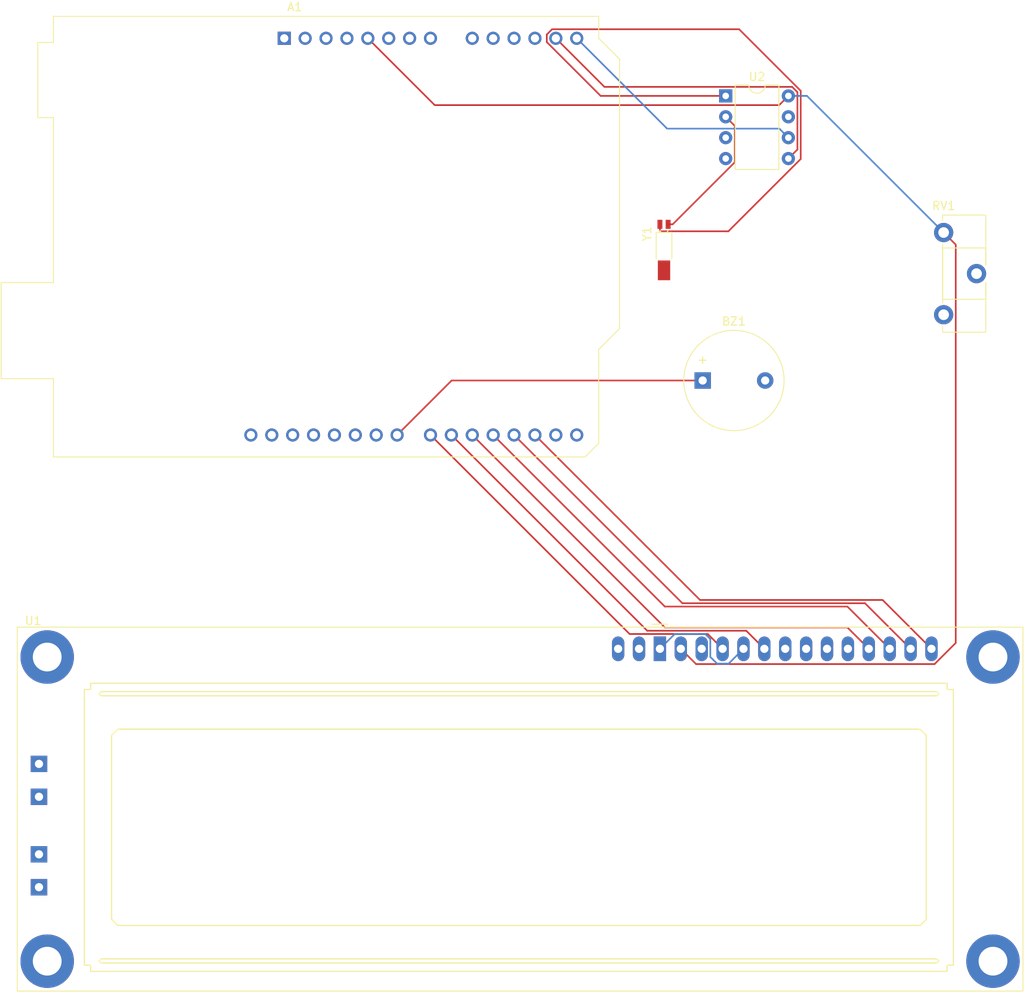
<source format=kicad_pcb>
(kicad_pcb (version 20240108) (generator "pcbnew") (generator_version "8.0")
  (layers (0 "F.Cu" signal) (31 "B.Cu" signal) (34 "B.Paste" user) (35 "F.Paste" user) (36 "B.SilkS" user "B.Silkscreen") (37 "F.SilkS" user "F.Silkscreen") (38 "B.Mask" user) (39 "F.Mask" user) (44 "Edge.Cuts" user))
  (net 0 "")
  (net 2 "Net-(A1-D6)")
  (net 4 "+5V")
  (net 8 "Net-(A1-D8)")
  (net 9 "Net-(A1-GND-Pad29)")
  (net 11 "Net-(A1-D2)")
  (net 13 "Net-(A1-D5)")
  (net 14 "Net-(A1-D3)")
  (net 19 "Net-(A1-D7)")
  (net 22 "Net-(A1-SCL{slash}A5)")
  (net 23 "Net-(A1-SDA{slash}A4)")
  (net 29 "Net-(A1-D4)")
  (net 31 "Net-(BZ1--)")
  (net 33 "Net-(RV1-Pad3)")
  (net 42 "Net-(U1-R{slash}~{W})")
  (net 46 "Net-(U2-X2)")
  (net 48 "Net-(U2-GND)")
  (net 50 "Net-(U2-X1)")
  (footprint "Display:LCD-016N002L" (layer "F.Cu") (at 107.5 136.6425)
    (property "Reference" "U1" (at -76.21 -3.41 180) (layer "F.SilkS"))
    (property "Value" "LCD-016N002L")
    (fp_line (start -78.14 -2.64) (end -78.14 41.64) (stroke (width 0.12)) (layer "F.SilkS"))
    (fp_line (start -78.14 41.64) (end 44.14 41.64) (stroke (width 0.12)) (layer "F.SilkS"))
    (fp_line (start -69.977 4.953) (end -69.977 38.481) (stroke (width 0.15)) (layer "F.SilkS"))
    (fp_line (start -69.215 4.191) (end -69.215 4.953) (stroke (width 0.15)) (layer "F.SilkS"))
    (fp_line (start -69.215 4.953) (end -69.977 4.953) (stroke (width 0.15)) (layer "F.SilkS"))
    (fp_line (start -69.215 38.481) (end -69.977 38.481) (stroke (width 0.15)) (layer "F.SilkS"))
    (fp_line (start -69.215 39.243) (end -69.215 38.481) (stroke (width 0.15)) (layer "F.SilkS"))
    (fp_line (start -69.215 39.243) (end 34.925 39.243) (stroke (width 0.15)) (layer "F.SilkS"))
    (fp_line (start -68.199 5.461) (end -67.945 5.715) (stroke (width 0.15)) (layer "F.SilkS"))
    (fp_line (start -68.199 37.973) (end -67.945 38.227) (stroke (width 0.15)) (layer "F.SilkS"))
    (fp_line (start -67.945 5.207) (end -68.199 5.461) (stroke (width 0.15)) (layer "F.SilkS"))
    (fp_line (start -67.945 5.715) (end 33.655 5.715) (stroke (width 0.15)) (layer "F.SilkS"))
    (fp_line (start -67.945 37.719) (end -68.199 37.973) (stroke (width 0.15)) (layer "F.SilkS"))
    (fp_line (start -67.945 38.227) (end 33.655 38.227) (stroke (width 0.15)) (layer "F.SilkS"))
    (fp_line (start -66.675 10.541) (end -65.913 9.779) (stroke (width 0.15)) (layer "F.SilkS"))
    (fp_line (start -66.675 32.893) (end -66.675 10.541) (stroke (width 0.15)) (layer "F.SilkS"))
    (fp_line (start -65.913 9.779) (end 31.623 9.779) (stroke (width 0.15)) (layer "F.SilkS"))
    (fp_line (start -65.913 33.655) (end -66.675 32.893) (stroke (width 0.15)) (layer "F.SilkS"))
    (fp_line (start -1 -3) (end 1 -3) (stroke (width 0.12)) (layer "F.SilkS"))
    (fp_line (start 31.623 9.779) (end 32.385 10.541) (stroke (width 0.15)) (layer "F.SilkS"))
    (fp_line (start 31.623 33.655) (end -65.913 33.655) (stroke (width 0.15)) (layer "F.SilkS"))
    (fp_line (start 32.385 10.541) (end 32.385 32.893) (stroke (width 0.15)) (layer "F.SilkS"))
    (fp_line (start 32.385 32.893) (end 31.623 33.655) (stroke (width 0.15)) (layer "F.SilkS"))
    (fp_line (start 33.655 5.207) (end -67.945 5.207) (stroke (width 0.15)) (layer "F.SilkS"))
    (fp_line (start 33.655 5.207) (end 33.909 5.461) (stroke (width 0.15)) (layer "F.SilkS"))
    (fp_line (start 33.655 37.719) (end -67.945 37.719) (stroke (width 0.15)) (layer "F.SilkS"))
    (fp_line (start 33.655 38.227) (end 33.909 37.973) (stroke (width 0.15)) (layer "F.SilkS"))
    (fp_line (start 33.909 5.461) (end 33.655 5.715) (stroke (width 0.15)) (layer "F.SilkS"))
    (fp_line (start 33.909 37.973) (end 33.655 37.719) (stroke (width 0.15)) (layer "F.SilkS"))
    (fp_line (start 34.925 4.191) (end -69.215 4.191) (stroke (width 0.15)) (layer "F.SilkS"))
    (fp_line (start 34.925 4.191) (end 34.925 4.953) (stroke (width 0.15)) (layer "F.SilkS"))
    (fp_line (start 34.925 4.953) (end 35.687 4.953) (stroke (width 0.15)) (layer "F.SilkS"))
    (fp_line (start 34.925 38.481) (end 34.925 39.243) (stroke (width 0.15)) (layer "F.SilkS"))
    (fp_line (start 35.687 38.481) (end 34.925 38.481) (stroke (width 0.15)) (layer "F.SilkS"))
    (fp_line (start 35.687 38.481) (end 35.687 4.953) (stroke (width 0.15)) (layer "F.SilkS"))
    (fp_line (start 44.14 -2.64) (end -78.14 -2.64) (stroke (width 0.12)) (layer "F.SilkS"))
    (fp_line (start 44.14 -2.64) (end 44.14 41.64) (stroke (width 0.12)) (layer "F.SilkS"))
    (pad "" thru_hole circle (at -74.5 1 180) (size 6.5 6.5) (drill 3.5) (layers "*.Cu" "*.Mask"))
    (pad "" thru_hole circle (at -74.5 38 180) (size 6.5 6.5) (drill 3.5) (layers "*.Cu" "*.Mask"))
    (pad "" thru_hole circle (at 40.5 1 180) (size 6.5 6.5) (drill 3.5) (layers "*.Cu" "*.Mask"))
    (pad "" thru_hole circle (at 40.5 38 180) (size 6.5 6.5) (drill 3.5) (layers "*.Cu" "*.Mask"))
    (pad "1" thru_hole rect (at 0 0 180) (size 1.5 3) (drill 1) (layers "*.Cu" "*.Mask") (net 42 "Net-(U1-R{slash}~{W})"))
    (pad "2" thru_hole oval (at 2.54 0 180) (size 1.5 3) (drill 1) (layers "*.Cu" "*.Mask") (net 4 "+5V"))
    (pad "3" thru_hole oval (at 5.08 0 180) (size 1.5 3) (drill 1) (layers "*.Cu" "*.Mask"))
    (pad "4" thru_hole oval (at 7.62 0 180) (size 1.5 3) (drill 1) (layers "*.Cu" "*.Mask") (net 19 "Net-(A1-D7)"))
    (pad "5" thru_hole oval (at 10.16 0 180) (size 1.5 3) (drill 1) (layers "*.Cu" "*.Mask") (net 42 "Net-(U1-R{slash}~{W})"))
    (pad "6" thru_hole oval (at 12.7 0 180) (size 1.5 3) (drill 1) (layers "*.Cu" "*.Mask") (net 2 "Net-(A1-D6)"))
    (pad "7" thru_hole oval (at 15.24 0 180) (size 1.5 3) (drill 1) (layers "*.Cu" "*.Mask"))
    (pad "8" thru_hole oval (at 17.78 0 180) (size 1.5 3) (drill 1) (layers "*.Cu" "*.Mask"))
    (pad "9" thru_hole oval (at 20.32 0 180) (size 1.5 3) (drill 1) (layers "*.Cu" "*.Mask"))
    (pad "10" thru_hole oval (at 22.86 0 180) (size 1.5 3) (drill 1) (layers "*.Cu" "*.Mask"))
    (pad "11" thru_hole oval (at 25.4 0 180) (size 1.5 3) (drill 1) (layers "*.Cu" "*.Mask") (net 13 "Net-(A1-D5)"))
    (pad "12" thru_hole oval (at 27.94 0 180) (size 1.5 3) (drill 1) (layers "*.Cu" "*.Mask") (net 29 "Net-(A1-D4)"))
    (pad "13" thru_hole oval (at 30.48 0 180) (size 1.5 3) (drill 1) (layers "*.Cu" "*.Mask") (net 14 "Net-(A1-D3)"))
    (pad "14" thru_hole oval (at 33.02 0 180) (size 1.5 3) (drill 1) (layers "*.Cu" "*.Mask") (net 11 "Net-(A1-D2)"))
    (pad "15" thru_hole oval (at -2.54 0 180) (size 1.5 3) (drill 1) (layers "*.Cu" "*.Mask"))
    (pad "16" thru_hole oval (at -5.08 0 180) (size 1.5 3) (drill 1) (layers "*.Cu" "*.Mask"))
    (pad "A1" thru_hole rect (at -75.5 14 180) (size 2 2) (drill 1) (layers "*.Cu" "*.Mask"))
    (pad "A2" thru_hole rect (at -75.5 25 180) (size 2 2) (drill 1) (layers "*.Cu" "*.Mask"))
    (pad "K1" thru_hole rect (at -75.5 18 180) (size 2 2) (drill 1) (layers "*.Cu" "*.Mask"))
    (pad "K2" thru_hole rect (at -75.5 29 180) (size 2 2) (drill 1) (layers "*.Cu" "*.Mask"))
  )
  (footprint "Buzzer_Beeper:Buzzer_12x9.5RM7.6" (layer "F.Cu") (at 112.7 104)
    (property "Reference" "BZ1" (at 3.8 -7.2 0) (layer "F.SilkS"))
    (property "Value" "Buzzer")
    (fp_circle (center 3.8 0) (end 9.9 0) (stroke (width 0.12)) (fill none) (layer "F.SilkS"))
    (fp_text user "+" (at -0.01 -2.54 0) (layer "F.SilkS"))
    (pad "1" thru_hole rect (at 0 0) (size 2 2) (drill 1) (layers "*.Cu" "*.Mask") (net 8 "Net-(A1-D8)"))
    (pad "2" thru_hole circle (at 7.6 0) (size 2 2) (drill 1) (layers "*.Cu" "*.Mask") (net 31 "Net-(BZ1--)"))
  )
  (footprint "Crystal:Crystal_SMD_MicroCrystal_MS3V-T1R" (layer "F.Cu") (at 108 88.125)
    (property "Reference" "Y1" (at -2.07 -1.9625 90) (layer "F.SilkS"))
    (property "Value" "Crystal")
    (fp_line (start -0.95 -2.125) (end 0.95 -2.125) (stroke (width 0.12)) (layer "F.SilkS"))
    (fp_line (start -0.95 1.075) (end -0.95 -2.125) (stroke (width 0.12)) (layer "F.SilkS"))
    (fp_line (start -0.5 -2.375) (end -0.5 -2.375) (stroke (width 0.12)) (layer "F.SilkS"))
    (fp_line (start -0.35 -2.125) (end -0.5 -2.375) (stroke (width 0.12)) (layer "F.SilkS"))
    (fp_line (start 0.35 -2.125) (end 0.5 -2.375) (stroke (width 0.12)) (layer "F.SilkS"))
    (fp_line (start 0.5 -2.375) (end 0.5 -2.375) (stroke (width 0.12)) (layer "F.SilkS"))
    (fp_line (start 0.95 -2.125) (end 0.95 1.075) (stroke (width 0.12)) (layer "F.SilkS"))
    (pad "1" smd rect (at -0.5 -3.125) (size 0.6 1.1) (layers "F.Cu" "F.Paste" "F.Mask") (net 50 "Net-(U2-X1)"))
    (pad "2" smd rect (at 0.5 -3.125) (size 0.6 1.1) (layers "F.Cu" "F.Paste" "F.Mask") (net 46 "Net-(U2-X2)"))
    (pad "3" smd rect (at 0 2.475) (size 1.5 2.4) (layers "F.Cu" "F.Paste" "F.Mask"))
  )
  (footprint "Module:Arduino_UNO_R2" (layer "F.Cu") (at 61.825 62.37)
    (property "Reference" "A1" (at 1.27 -3.81 360) (layer "F.SilkS"))
    (property "Value" "Arduino_UNO_R2")
    (fp_line (start -34.42 29.72) (end -34.42 41.4) (stroke (width 0.12)) (layer "F.SilkS"))
    (fp_line (start -34.42 41.4) (end -28.07 41.4) (stroke (width 0.12)) (layer "F.SilkS"))
    (fp_line (start -29.97 0.51) (end -29.97 9.65) (stroke (width 0.12)) (layer "F.SilkS"))
    (fp_line (start -29.97 9.65) (end -28.07 9.65) (stroke (width 0.12)) (layer "F.SilkS"))
    (fp_line (start -28.07 -2.67) (end -28.07 0.51) (stroke (width 0.12)) (layer "F.SilkS"))
    (fp_line (start -28.07 0.51) (end -29.97 0.51) (stroke (width 0.12)) (layer "F.SilkS"))
    (fp_line (start -28.07 9.65) (end -28.07 29.72) (stroke (width 0.12)) (layer "F.SilkS"))
    (fp_line (start -28.07 29.72) (end -34.42 29.72) (stroke (width 0.12)) (layer "F.SilkS"))
    (fp_line (start -28.07 41.4) (end -28.07 50.93) (stroke (width 0.12)) (layer "F.SilkS"))
    (fp_line (start -28.07 50.93) (end 36.58 50.93) (stroke (width 0.12)) (layer "F.SilkS"))
    (fp_line (start 36.58 50.93) (end 38.23 49.28) (stroke (width 0.12)) (layer "F.SilkS"))
    (fp_line (start 38.23 -2.67) (end -28.07 -2.67) (stroke (width 0.12)) (layer "F.SilkS"))
    (fp_line (start 38.23 0) (end 38.23 -2.67) (stroke (width 0.12)) (layer "F.SilkS"))
    (fp_line (start 38.23 37.85) (end 40.77 35.31) (stroke (width 0.12)) (layer "F.SilkS"))
    (fp_line (start 38.23 49.28) (end 38.23 37.85) (stroke (width 0.12)) (layer "F.SilkS"))
    (fp_line (start 40.77 2.54) (end 38.23 0) (stroke (width 0.12)) (layer "F.SilkS"))
    (fp_line (start 40.77 35.31) (end 40.77 2.54) (stroke (width 0.12)) (layer "F.SilkS"))
    (pad "1" thru_hole rect (at 0 0 90) (size 1.6 1.6) (drill 1) (layers "*.Cu" "*.Mask"))
    (pad "2" thru_hole oval (at 2.54 0 90) (size 1.6 1.6) (drill 1) (layers "*.Cu" "*.Mask"))
    (pad "3" thru_hole oval (at 5.08 0 90) (size 1.6 1.6) (drill 1) (layers "*.Cu" "*.Mask"))
    (pad "4" thru_hole oval (at 7.62 0 90) (size 1.6 1.6) (drill 1) (layers "*.Cu" "*.Mask"))
    (pad "5" thru_hole oval (at 10.16 0 90) (size 1.6 1.6) (drill 1) (layers "*.Cu" "*.Mask") (net 4 "+5V"))
    (pad "6" thru_hole oval (at 12.7 0 90) (size 1.6 1.6) (drill 1) (layers "*.Cu" "*.Mask"))
    (pad "7" thru_hole oval (at 15.24 0 90) (size 1.6 1.6) (drill 1) (layers "*.Cu" "*.Mask"))
    (pad "8" thru_hole oval (at 17.78 0 90) (size 1.6 1.6) (drill 1) (layers "*.Cu" "*.Mask"))
    (pad "9" thru_hole oval (at 22.86 0 90) (size 1.6 1.6) (drill 1) (layers "*.Cu" "*.Mask"))
    (pad "10" thru_hole oval (at 25.4 0 90) (size 1.6 1.6) (drill 1) (layers "*.Cu" "*.Mask"))
    (pad "11" thru_hole oval (at 27.94 0 90) (size 1.6 1.6) (drill 1) (layers "*.Cu" "*.Mask"))
    (pad "12" thru_hole oval (at 30.48 0 90) (size 1.6 1.6) (drill 1) (layers "*.Cu" "*.Mask"))
    (pad "13" thru_hole oval (at 33.02 0 90) (size 1.6 1.6) (drill 1) (layers "*.Cu" "*.Mask") (net 23 "Net-(A1-SDA{slash}A4)"))
    (pad "14" thru_hole oval (at 35.56 0 90) (size 1.6 1.6) (drill 1) (layers "*.Cu" "*.Mask") (net 22 "Net-(A1-SCL{slash}A5)"))
    (pad "15" thru_hole oval (at 35.56 48.26 90) (size 1.6 1.6) (drill 1) (layers "*.Cu" "*.Mask"))
    (pad "16" thru_hole oval (at 33.02 48.26 90) (size 1.6 1.6) (drill 1) (layers "*.Cu" "*.Mask"))
    (pad "17" thru_hole oval (at 30.48 48.26 90) (size 1.6 1.6) (drill 1) (layers "*.Cu" "*.Mask") (net 11 "Net-(A1-D2)"))
    (pad "18" thru_hole oval (at 27.94 48.26 90) (size 1.6 1.6) (drill 1) (layers "*.Cu" "*.Mask") (net 14 "Net-(A1-D3)"))
    (pad "19" thru_hole oval (at 25.4 48.26 90) (size 1.6 1.6) (drill 1) (layers "*.Cu" "*.Mask") (net 29 "Net-(A1-D4)"))
    (pad "20" thru_hole oval (at 22.86 48.26 90) (size 1.6 1.6) (drill 1) (layers "*.Cu" "*.Mask") (net 13 "Net-(A1-D5)"))
    (pad "21" thru_hole oval (at 20.32 48.26 90) (size 1.6 1.6) (drill 1) (layers "*.Cu" "*.Mask") (net 2 "Net-(A1-D6)"))
    (pad "22" thru_hole oval (at 17.78 48.26 90) (size 1.6 1.6) (drill 1) (layers "*.Cu" "*.Mask") (net 19 "Net-(A1-D7)"))
    (pad "23" thru_hole oval (at 13.72 48.26 90) (size 1.6 1.6) (drill 1) (layers "*.Cu" "*.Mask") (net 8 "Net-(A1-D8)"))
    (pad "24" thru_hole oval (at 11.18 48.26 90) (size 1.6 1.6) (drill 1) (layers "*.Cu" "*.Mask"))
    (pad "25" thru_hole oval (at 8.64 48.26 90) (size 1.6 1.6) (drill 1) (layers "*.Cu" "*.Mask"))
    (pad "26" thru_hole oval (at 6.1 48.26 90) (size 1.6 1.6) (drill 1) (layers "*.Cu" "*.Mask"))
    (pad "27" thru_hole oval (at 3.56 48.26 90) (size 1.6 1.6) (drill 1) (layers "*.Cu" "*.Mask"))
    (pad "28" thru_hole oval (at 1.02 48.26 90) (size 1.6 1.6) (drill 1) (layers "*.Cu" "*.Mask"))
    (pad "29" thru_hole oval (at -1.52 48.26 90) (size 1.6 1.6) (drill 1) (layers "*.Cu" "*.Mask") (net 9 "Net-(A1-GND-Pad29)"))
    (pad "30" thru_hole oval (at -4.06 48.26 90) (size 1.6 1.6) (drill 1) (layers "*.Cu" "*.Mask"))
  )
  (footprint "Potentiometer_THT:Potentiometer_ACP_CA14-H4_Horizontal" (layer "F.Cu") (at 142 86)
    (property "Reference" "RV1" (at 0 -3.25 0) (layer "F.SilkS"))
    (property "Value" "R_Potentiometer")
    (fp_line (start -0.121 -2.12) (end -0.121 -1.426) (stroke (width 0.12)) (layer "F.SilkS"))
    (fp_line (start -0.121 -2.12) (end 5.12 -2.12) (stroke (width 0.12)) (layer "F.SilkS"))
    (fp_line (start -0.121 1.426) (end -0.121 8.575) (stroke (width 0.12)) (layer "F.SilkS"))
    (fp_line (start -0.121 1.88) (end -0.121 8.121) (stroke (width 0.12)) (layer "F.SilkS"))
    (fp_line (start -0.121 1.88) (end 5.12 1.88) (stroke (width 0.12)) (layer "F.SilkS"))
    (fp_line (start -0.121 8.121) (end 5.12 8.121) (stroke (width 0.12)) (layer "F.SilkS"))
    (fp_line (start -0.121 11.425) (end -0.121 12.12) (stroke (width 0.12)) (layer "F.SilkS"))
    (fp_line (start -0.121 12.12) (end 5.12 12.12) (stroke (width 0.12)) (layer "F.SilkS"))
    (fp_line (start 5.12 -2.12) (end 5.12 3.928) (stroke (width 0.12)) (layer "F.SilkS"))
    (fp_line (start 5.12 1.88) (end 5.12 3.928) (stroke (width 0.12)) (layer "F.SilkS"))
    (fp_line (start 5.12 6.073) (end 5.12 8.121) (stroke (width 0.12)) (layer "F.SilkS"))
    (fp_line (start 5.12 6.073) (end 5.12 12.12) (stroke (width 0.12)) (layer "F.SilkS"))
    (pad "1" thru_hole circle (at 0 0) (size 2.34 2.34) (drill 1.3) (layers "*.Cu" "*.Mask") (net 4 "+5V"))
    (pad "2" thru_hole circle (at 4 5) (size 2.34 2.34) (drill 1.3) (layers "*.Cu" "*.Mask"))
    (pad "3" thru_hole circle (at 0 10) (size 2.34 2.34) (drill 1.3) (layers "*.Cu" "*.Mask") (net 33 "Net-(RV1-Pad3)"))
  )
  (footprint "Package_DIP:DIP-8_W7.62mm" (layer "F.Cu") (at 115.5 69.38)
    (property "Reference" "U2" (at 3.81 -2.33 0) (layer "F.SilkS"))
    (property "Value" "DS1307+")
    (fp_line (start 1.16 -1.33) (end 1.16 8.95) (stroke (width 0.12)) (layer "F.SilkS"))
    (fp_line (start 1.16 8.95) (end 6.46 8.95) (stroke (width 0.12)) (layer "F.SilkS"))
    (fp_line (start 2.81 -1.33) (end 1.16 -1.33) (stroke (width 0.12)) (layer "F.SilkS"))
    (fp_line (start 6.46 -1.33) (end 4.81 -1.33) (stroke (width 0.12)) (layer "F.SilkS"))
    (fp_line (start 6.46 8.95) (end 6.46 -1.33) (stroke (width 0.12)) (layer "F.SilkS"))
    (fp_arc (start 4.81 -1.33) (mid 3.81 -0.33) (end 2.81 -1.33) (stroke (width 0.12)) (layer "F.SilkS"))
    (pad "1" thru_hole rect (at 0 0) (size 1.6 1.6) (drill 0.8) (layers "*.Cu" "*.Mask") (net 50 "Net-(U2-X1)"))
    (pad "2" thru_hole oval (at 0 2.54) (size 1.6 1.6) (drill 0.8) (layers "*.Cu" "*.Mask") (net 46 "Net-(U2-X2)"))
    (pad "3" thru_hole oval (at 0 5.08) (size 1.6 1.6) (drill 0.8) (layers "*.Cu" "*.Mask"))
    (pad "4" thru_hole oval (at 0 7.62) (size 1.6 1.6) (drill 0.8) (layers "*.Cu" "*.Mask") (net 48 "Net-(U2-GND)"))
    (pad "5" thru_hole oval (at 7.62 7.62) (size 1.6 1.6) (drill 0.8) (layers "*.Cu" "*.Mask") (net 23 "Net-(A1-SDA{slash}A4)"))
    (pad "6" thru_hole oval (at 7.62 5.08) (size 1.6 1.6) (drill 0.8) (layers "*.Cu" "*.Mask") (net 22 "Net-(A1-SCL{slash}A5)"))
    (pad "7" thru_hole oval (at 7.62 2.54) (size 1.6 1.6) (drill 0.8) (layers "*.Cu" "*.Mask"))
    (pad "8" thru_hole oval (at 7.62 0) (size 1.6 1.6) (drill 0.8) (layers "*.Cu" "*.Mask") (net 4 "+5V"))
  )
  (segment (start 118 134.4425) (end 120.2 136.6425) (width 0.2) (layer "F.Cu") (net 2))
  (segment (start 82.145 110.63) (end 105.9575 134.4425) (width 0.2) (layer "F.Cu") (net 2))
  (segment (start 105.9575 134.4425) (end 118 134.4425) (width 0.2) (layer "F.Cu") (net 2))
  (segment (start 71.985 62.37) (end 80.115 70.5) (width 0.2) (layer "F.Cu") (net 4))
  (segment (start 142 86) (end 143.47 87.47) (width 0.2) (layer "F.Cu") (net 4))
  (segment (start 122 70.5) (end 123.12 69.38) (width 0.2) (layer "F.Cu") (net 4))
  (segment (start 140.897424 138.5) (end 111.8975 138.5) (width 0.2) (layer "F.Cu") (net 4))
  (segment (start 111.8975 138.5) (end 110.04 136.6425) (width 0.2) (layer "F.Cu") (net 4))
  (segment (start 80.115 70.5) (end 122 70.5) (width 0.2) (layer "F.Cu") (net 4))
  (segment (start 143.47 87.47) (end 143.47 135.927424) (width 0.2) (layer "F.Cu") (net 4))
  (segment (start 143.47 135.927424) (end 140.897424 138.5) (width 0.2) (layer "F.Cu") (net 4))
  (segment (start 123.12 69.38) (end 125.38 69.38) (width 0.2) (layer "B.Cu") (net 4))
  (segment (start 125.38 69.38) (end 142 86) (width 0.2) (layer "B.Cu") (net 4))
  (segment (start 82.175 104) (end 112.7 104) (width 0.2) (layer "F.Cu") (net 8))
  (segment (start 75.545 110.63) (end 82.175 104) (width 0.2) (layer "F.Cu") (net 8))
  (segment (start 92.305 110.63) (end 112.375 130.7) (width 0.2) (layer "F.Cu") (net 11))
  (segment (start 134.5775 130.7) (end 140.52 136.6425) (width 0.2) (layer "F.Cu") (net 11))
  (segment (start 112.375 130.7) (end 134.5775 130.7) (width 0.2) (layer "F.Cu") (net 11))
  (segment (start 130.3 134.0425) (end 132.9 136.6425) (width 0.2) (layer "F.Cu") (net 13))
  (segment (start 108.0975 134.0425) (end 130.3 134.0425) (width 0.2) (layer "F.Cu") (net 13))
  (segment (start 84.685 110.63) (end 108.0975 134.0425) (width 0.2) (layer "F.Cu") (net 13))
  (segment (start 132.4375 131.1) (end 137.98 136.6425) (width 0.2) (layer "F.Cu") (net 14))
  (segment (start 110.235 131.1) (end 132.4375 131.1) (width 0.2) (layer "F.Cu") (net 14))
  (segment (start 89.765 110.63) (end 110.235 131.1) (width 0.2) (layer "F.Cu") (net 14))
  (segment (start 113.32 134.8425) (end 115.12 136.6425) (width 0.2) (layer "F.Cu") (net 19))
  (segment (start 79.605 110.63) (end 103.8175 134.8425) (width 0.2) (layer "F.Cu") (net 19))
  (segment (start 103.8175 134.8425) (end 113.32 134.8425) (width 0.2) (layer "F.Cu") (net 19))
  (segment (start 108.375 73.36) (end 122.02 73.36) (width 0.2) (layer "B.Cu") (net 22))
  (segment (start 97.385 62.37) (end 108.375 73.36) (width 0.2) (layer "B.Cu") (net 22))
  (segment (start 122.02 73.36) (end 123.12 74.46) (width 0.2) (layer "B.Cu") (net 22))
  (segment (start 124.22 68.924365) (end 124.22 75.9) (width 0.2) (layer "F.Cu") (net 23))
  (segment (start 94.845 62.37) (end 100.755 68.28) (width 0.2) (layer "F.Cu") (net 23))
  (segment (start 124.22 75.9) (end 123.12 77) (width 0.2) (layer "F.Cu") (net 23))
  (segment (start 123.575635 68.28) (end 124.22 68.924365) (width 0.2) (layer "F.Cu") (net 23))
  (segment (start 100.755 68.28) (end 123.575635 68.28) (width 0.2) (layer "F.Cu") (net 23))
  (segment (start 108.095 131.5) (end 130.2975 131.5) (width 0.2) (layer "F.Cu") (net 29))
  (segment (start 87.225 110.63) (end 108.095 131.5) (width 0.2) (layer "F.Cu") (net 29))
  (segment (start 130.2975 131.5) (end 135.44 136.6425) (width 0.2) (layer "F.Cu") (net 29))
  (segment (start 113.014924 134.8425) (end 113.63 135.457576) (width 0.2) (layer "B.Cu") (net 42))
  (segment (start 113.63 137.63) (end 114.4425 138.4425) (width 0.2) (layer "B.Cu") (net 42))
  (segment (start 113.63 135.457576) (end 113.63 137.63) (width 0.2) (layer "B.Cu") (net 42))
  (segment (start 115.86 138.4425) (end 117.66 136.6425) (width 0.2) (layer "B.Cu") (net 42))
  (segment (start 114.4425 138.4425) (end 115.86 138.4425) (width 0.2) (layer "B.Cu") (net 42))
  (segment (start 107.5 136.6425) (end 109.3 134.8425) (width 0.2) (layer "B.Cu") (net 42))
  (segment (start 109.3 134.8425) (end 113.014924 134.8425) (width 0.2) (layer "B.Cu") (net 42))
  (segment (start 109.055635 85) (end 116.6 77.455635) (width 0.2) (layer "F.Cu") (net 46))
  (segment (start 108.5 85) (end 109.055635 85) (width 0.2) (layer "F.Cu") (net 46))
  (segment (start 116.6 73.02) (end 115.5 71.92) (width 0.2) (layer "F.Cu") (net 46))
  (segment (start 116.6 77.455635) (end 116.6 73.02) (width 0.2) (layer "F.Cu") (net 46))
  (segment (start 124.62 68.758679) (end 117.131321 61.27) (width 0.2) (layer "F.Cu") (net 50))
  (segment (start 100.299365 69.38) (end 115.5 69.38) (width 0.2) (layer "F.Cu") (net 50))
  (segment (start 107.5 85) (end 107.5 85.75) (width 0.2) (layer "F.Cu") (net 50))
  (segment (start 117.131321 61.27) (end 94.389365 61.27) (width 0.2) (layer "F.Cu") (net 50))
  (segment (start 94.389365 61.27) (end 93.745 61.914365) (width 0.2) (layer "F.Cu") (net 50))
  (segment (start 93.745 61.914365) (end 93.745 62.825635) (width 0.2) (layer "F.Cu") (net 50))
  (segment (start 124.62 77.055635) (end 124.62 68.758679) (width 0.2) (layer "F.Cu") (net 50))
  (segment (start 107.5 85.75) (end 107.6 85.85) (width 0.2) (layer "F.Cu") (net 50))
  (segment (start 115.825635 85.85) (end 124.62 77.055635) (width 0.2) (layer "F.Cu") (net 50))
  (segment (start 93.745 62.825635) (end 100.299365 69.38) (width 0.2) (layer "F.Cu") (net 50))
  (segment (start 107.6 85.85) (end 115.825635 85.85) (width 0.2) (layer "F.Cu") (net 50))
)
</source>
